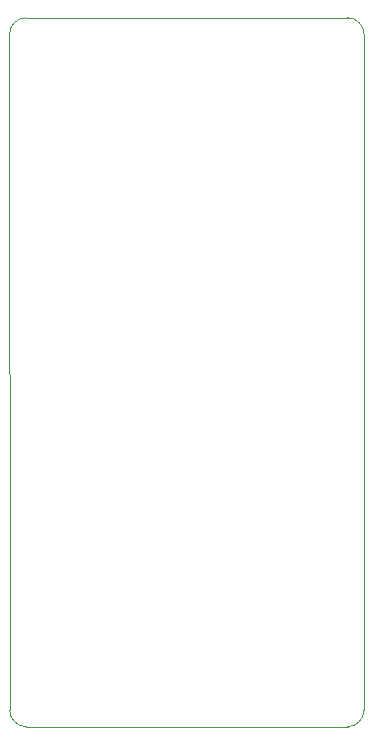
<source format=gm1>
%TF.GenerationSoftware,KiCad,Pcbnew,(6.0.2-0)*%
%TF.CreationDate,2022-06-16T14:33:15-07:00*%
%TF.ProjectId,delta,64656c74-612e-46b6-9963-61645f706362,v1*%
%TF.SameCoordinates,Original*%
%TF.FileFunction,Profile,NP*%
%FSLAX46Y46*%
G04 Gerber Fmt 4.6, Leading zero omitted, Abs format (unit mm)*
G04 Created by KiCad (PCBNEW (6.0.2-0)) date 2022-06-16 14:33:15*
%MOMM*%
%LPD*%
G01*
G04 APERTURE LIST*
%TA.AperFunction,Profile*%
%ADD10C,0.100000*%
%TD*%
G04 APERTURE END LIST*
D10*
X111000000Y-128600000D02*
G75*
G03*
X112400000Y-130000000I1400002J2D01*
G01*
X139610051Y-130010051D02*
G75*
G03*
X141010051Y-128610051I-2J1400002D01*
G01*
X139610051Y-69989949D02*
X112389949Y-69989949D01*
X112400000Y-130000000D02*
X139610051Y-130010051D01*
X112389949Y-69989949D02*
G75*
G03*
X110989949Y-71389949I2J-1400002D01*
G01*
X141010051Y-71389949D02*
G75*
G03*
X139610051Y-69989949I-1400002J-2D01*
G01*
X110989949Y-71389949D02*
X111000000Y-128600000D01*
X141010051Y-128610051D02*
X141010051Y-71389949D01*
M02*

</source>
